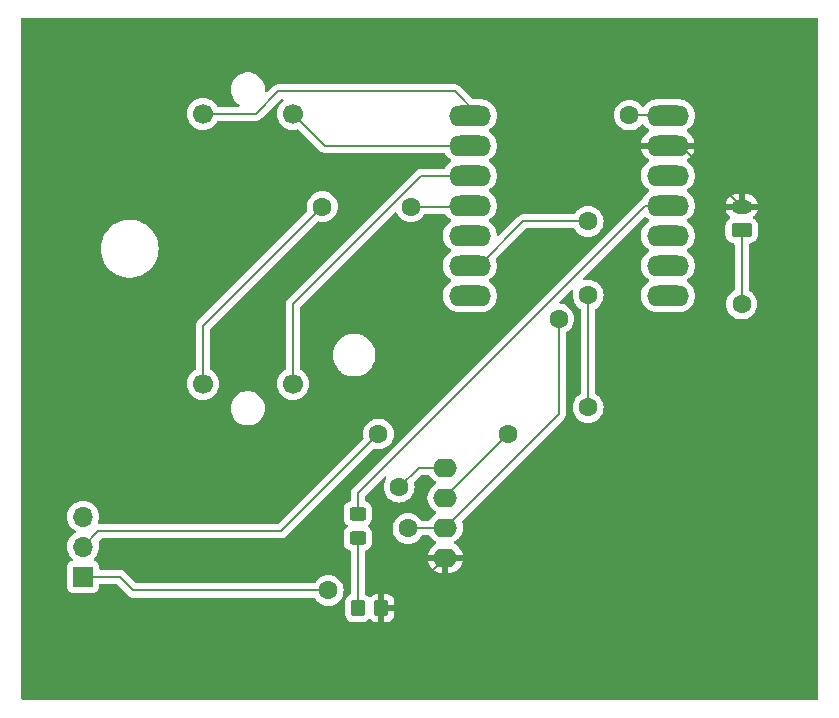
<source format=gbr>
%TF.GenerationSoftware,KiCad,Pcbnew,8.0.8*%
%TF.CreationDate,2025-02-12T17:19:00-08:00*%
%TF.ProjectId,Lab3v2,4c616233-7632-42e6-9b69-6361645f7063,V1*%
%TF.SameCoordinates,Original*%
%TF.FileFunction,Copper,L1,Top*%
%TF.FilePolarity,Positive*%
%FSLAX46Y46*%
G04 Gerber Fmt 4.6, Leading zero omitted, Abs format (unit mm)*
G04 Created by KiCad (PCBNEW 8.0.8) date 2025-02-12 17:19:00*
%MOMM*%
%LPD*%
G01*
G04 APERTURE LIST*
G04 Aperture macros list*
%AMRoundRect*
0 Rectangle with rounded corners*
0 $1 Rounding radius*
0 $2 $3 $4 $5 $6 $7 $8 $9 X,Y pos of 4 corners*
0 Add a 4 corners polygon primitive as box body*
4,1,4,$2,$3,$4,$5,$6,$7,$8,$9,$2,$3,0*
0 Add four circle primitives for the rounded corners*
1,1,$1+$1,$2,$3*
1,1,$1+$1,$4,$5*
1,1,$1+$1,$6,$7*
1,1,$1+$1,$8,$9*
0 Add four rect primitives between the rounded corners*
20,1,$1+$1,$2,$3,$4,$5,0*
20,1,$1+$1,$4,$5,$6,$7,0*
20,1,$1+$1,$6,$7,$8,$9,0*
20,1,$1+$1,$8,$9,$2,$3,0*%
G04 Aperture macros list end*
%TA.AperFunction,ComponentPad*%
%ADD10R,1.700000X1.700000*%
%TD*%
%TA.AperFunction,ComponentPad*%
%ADD11O,1.700000X1.700000*%
%TD*%
%TA.AperFunction,SMDPad,CuDef*%
%ADD12RoundRect,0.250000X0.450000X-0.325000X0.450000X0.325000X-0.450000X0.325000X-0.450000X-0.325000X0*%
%TD*%
%TA.AperFunction,ComponentPad*%
%ADD13O,2.000000X1.600000*%
%TD*%
%TA.AperFunction,ComponentPad*%
%ADD14C,1.700000*%
%TD*%
%TA.AperFunction,SMDPad,CuDef*%
%ADD15RoundRect,0.250000X-0.350000X-0.450000X0.350000X-0.450000X0.350000X0.450000X-0.350000X0.450000X0*%
%TD*%
%TA.AperFunction,ComponentPad*%
%ADD16O,3.556000X1.778000*%
%TD*%
%TA.AperFunction,ComponentPad*%
%ADD17RoundRect,0.250000X0.625000X-0.350000X0.625000X0.350000X-0.625000X0.350000X-0.625000X-0.350000X0*%
%TD*%
%TA.AperFunction,ComponentPad*%
%ADD18O,1.750000X1.200000*%
%TD*%
%TA.AperFunction,ViaPad*%
%ADD19C,1.600000*%
%TD*%
%TA.AperFunction,Conductor*%
%ADD20C,0.200000*%
%TD*%
G04 APERTURE END LIST*
D10*
%TO.P,SW1,1,A*%
%TO.N,Net-(Brd1-VCC)*%
X109250000Y-115330000D03*
D11*
%TO.P,SW1,2,B*%
%TO.N,Net-(BT1-+)*%
X109250000Y-112790000D03*
%TO.P,SW1,3,C*%
%TO.N,unconnected-(SW1-C-Pad3)*%
X109250000Y-110250000D03*
%TD*%
D12*
%TO.P,D4,1,K*%
%TO.N,Net-(D4-K)*%
X132500000Y-112050000D03*
%TO.P,D4,2,A*%
%TO.N,Net-(D4-A)*%
X132500000Y-110000000D03*
%TD*%
D13*
%TO.P,Brd1,1,GND*%
%TO.N,GND*%
X139900000Y-113720000D03*
%TO.P,Brd1,2,VCC*%
%TO.N,Net-(Brd1-VCC)*%
X139900000Y-111180000D03*
%TO.P,Brd1,3,SCL*%
%TO.N,Net-(Brd1-SCL)*%
X139900000Y-108640000D03*
%TO.P,Brd1,4,SDA*%
%TO.N,Net-(Brd1-SDA)*%
X139900000Y-106100000D03*
%TD*%
D14*
%TO.P,M1,1*%
%TO.N,Net-(U3-PA02_A0_D0)*%
X119380000Y-76140000D03*
%TO.P,M1,2,-*%
%TO.N,Net-(M1--)*%
X127000000Y-76140000D03*
%TO.P,M1,3*%
%TO.N,Net-(U3-PA10_A2_D2)*%
X127000000Y-99000000D03*
%TO.P,M1,4*%
%TO.N,Net-(U3-PA11_A3_D3)*%
X119380000Y-99000000D03*
%TD*%
D15*
%TO.P,R5,1*%
%TO.N,Net-(D4-K)*%
X132500000Y-118000000D03*
%TO.P,R5,2*%
%TO.N,GND*%
X134500000Y-118000000D03*
%TD*%
D16*
%TO.P,U3,1,PA02_A0_D0*%
%TO.N,Net-(U3-PA02_A0_D0)*%
X141998000Y-76300000D03*
%TO.P,U3,2,PA4_A1_D1*%
%TO.N,Net-(M1--)*%
X141998000Y-78840000D03*
%TO.P,U3,3,PA10_A2_D2*%
%TO.N,Net-(U3-PA10_A2_D2)*%
X141998000Y-81380000D03*
%TO.P,U3,4,PA11_A3_D3*%
%TO.N,Net-(U3-PA11_A3_D3)*%
X141998000Y-83920000D03*
%TO.P,U3,5,PA8_A4_D4_SDA*%
%TO.N,Net-(Brd1-SDA)*%
X141998000Y-86460000D03*
%TO.P,U3,6,PA9_A5_D5_SCL*%
%TO.N,Net-(Brd1-SCL)*%
X141998000Y-89000000D03*
%TO.P,U3,7,PB08_A6_D6_TX*%
%TO.N,unconnected-(U3-PB08_A6_D6_TX-Pad7)*%
X141998000Y-91540000D03*
%TO.P,U3,8,5V*%
%TO.N,Net-(Brd1-VCC)*%
X158762000Y-76300000D03*
%TO.P,U3,9,GND*%
%TO.N,GND*%
X158762000Y-78840000D03*
%TO.P,U3,10,3V3*%
%TO.N,unconnected-(U3-3V3-Pad10)*%
X158762000Y-81380000D03*
%TO.P,U3,11,PA6_A10_D10_MOSI*%
%TO.N,Net-(D4-A)*%
X158762000Y-83920000D03*
%TO.P,U3,12,PA5_A9_D9_MISO*%
%TO.N,unconnected-(U3-PA5_A9_D9_MISO-Pad12)*%
X158762000Y-86460000D03*
%TO.P,U3,13,PA7_A8_D8_SCK*%
%TO.N,unconnected-(U3-PA7_A8_D8_SCK-Pad13)*%
X158762000Y-89000000D03*
%TO.P,U3,14,PB09_A7_D7_RX*%
%TO.N,unconnected-(U3-PB09_A7_D7_RX-Pad14)*%
X158762000Y-91540000D03*
%TD*%
D17*
%TO.P,BT1,1,+*%
%TO.N,Net-(BT1-+)*%
X165000000Y-86000000D03*
D18*
%TO.P,BT1,2,-*%
%TO.N,GND*%
X165000000Y-84000000D03*
%TD*%
D19*
%TO.N,Net-(Brd1-SDA)*%
X136000000Y-107750000D03*
%TO.N,Net-(Brd1-SCL)*%
X152000000Y-85250000D03*
X152000000Y-91500000D03*
X145250000Y-103250000D03*
X152000000Y-101000000D03*
%TO.N,Net-(Brd1-VCC)*%
X149500000Y-93500000D03*
X155500000Y-76250000D03*
X130000000Y-116500000D03*
X136750000Y-111250000D03*
%TO.N,Net-(BT1-+)*%
X165000000Y-92250000D03*
X134250000Y-103250000D03*
%TO.N,Net-(U3-PA11_A3_D3)*%
X137000000Y-84000000D03*
X129500000Y-84000000D03*
%TD*%
D20*
%TO.N,Net-(Brd1-VCC)*%
X113500000Y-116500000D02*
X130000000Y-116500000D01*
X109250000Y-115330000D02*
X112330000Y-115330000D01*
X112330000Y-115330000D02*
X113500000Y-116500000D01*
%TO.N,Net-(BT1-+)*%
X126000000Y-111500000D02*
X134250000Y-103250000D01*
X109250000Y-112790000D02*
X110540000Y-111500000D01*
X110540000Y-111500000D02*
X126000000Y-111500000D01*
%TO.N,Net-(Brd1-SCL)*%
X152000000Y-101000000D02*
X152000000Y-91500000D01*
%TO.N,Net-(Brd1-SDA)*%
X137650000Y-106100000D02*
X136000000Y-107750000D01*
X139900000Y-106100000D02*
X137650000Y-106100000D01*
%TO.N,Net-(Brd1-SCL)*%
X146510000Y-85250000D02*
X142760000Y-89000000D01*
X152000000Y-85250000D02*
X146510000Y-85250000D01*
X139900000Y-108600000D02*
X145250000Y-103250000D01*
X139900000Y-108640000D02*
X139900000Y-108600000D01*
%TO.N,GND*%
X159840000Y-78840000D02*
X158000000Y-78840000D01*
X165000000Y-84000000D02*
X159840000Y-78840000D01*
X167500000Y-93750000D02*
X167500000Y-85250000D01*
X147530000Y-113720000D02*
X167500000Y-93750000D01*
X167500000Y-85250000D02*
X166250000Y-84000000D01*
X166250000Y-84000000D02*
X165000000Y-84000000D01*
X139900000Y-113720000D02*
X147530000Y-113720000D01*
%TO.N,Net-(Brd1-VCC)*%
X157950000Y-76250000D02*
X158000000Y-76300000D01*
X155500000Y-76250000D02*
X157950000Y-76250000D01*
X149500000Y-101580000D02*
X149500000Y-93500000D01*
X139900000Y-111180000D02*
X149500000Y-101580000D01*
%TO.N,Net-(D4-A)*%
X156830000Y-83920000D02*
X158000000Y-83920000D01*
X132500000Y-108250000D02*
X156830000Y-83920000D01*
X132500000Y-110000000D02*
X132500000Y-108250000D01*
%TO.N,GND*%
X134500000Y-118000000D02*
X135620000Y-118000000D01*
X135620000Y-118000000D02*
X139900000Y-113720000D01*
%TO.N,Net-(D4-K)*%
X132500000Y-112050000D02*
X132500000Y-118000000D01*
%TO.N,Net-(Brd1-VCC)*%
X136820000Y-111180000D02*
X139900000Y-111180000D01*
X136750000Y-111250000D02*
X136820000Y-111180000D01*
%TO.N,Net-(BT1-+)*%
X165000000Y-92250000D02*
X165000000Y-86000000D01*
%TO.N,Net-(U3-PA11_A3_D3)*%
X142680000Y-84000000D02*
X142760000Y-83920000D01*
X137000000Y-84000000D02*
X142680000Y-84000000D01*
X119380000Y-94120000D02*
X129500000Y-84000000D01*
X119380000Y-99000000D02*
X119380000Y-94120000D01*
%TO.N,Net-(U3-PA10_A2_D2)*%
X137870000Y-81380000D02*
X142760000Y-81380000D01*
X127000000Y-92250000D02*
X137870000Y-81380000D01*
X127000000Y-99000000D02*
X127000000Y-92250000D01*
%TO.N,Net-(M1--)*%
X129700000Y-78840000D02*
X142760000Y-78840000D01*
X127000000Y-76140000D02*
X129700000Y-78840000D01*
%TO.N,Net-(U3-PA02_A0_D0)*%
X140710000Y-74250000D02*
X142760000Y-76300000D01*
X125750000Y-74250000D02*
X140710000Y-74250000D01*
X123860000Y-76140000D02*
X125750000Y-74250000D01*
X119380000Y-76140000D02*
X123860000Y-76140000D01*
%TD*%
%TA.AperFunction,Conductor*%
%TO.N,GND*%
G36*
X171442539Y-68020185D02*
G01*
X171488294Y-68072989D01*
X171499500Y-68124500D01*
X171499500Y-125625500D01*
X171479815Y-125692539D01*
X171427011Y-125738294D01*
X171375500Y-125749500D01*
X104124500Y-125749500D01*
X104057461Y-125729815D01*
X104011706Y-125677011D01*
X104000500Y-125625500D01*
X104000500Y-110249999D01*
X107894341Y-110249999D01*
X107894341Y-110250000D01*
X107914936Y-110485403D01*
X107914938Y-110485413D01*
X107976094Y-110713655D01*
X107976096Y-110713659D01*
X107976097Y-110713663D01*
X108071247Y-110917712D01*
X108075965Y-110927830D01*
X108075967Y-110927834D01*
X108211501Y-111121395D01*
X108211506Y-111121402D01*
X108378597Y-111288493D01*
X108378603Y-111288498D01*
X108564158Y-111418425D01*
X108607783Y-111473002D01*
X108614977Y-111542500D01*
X108583454Y-111604855D01*
X108564158Y-111621575D01*
X108378597Y-111751505D01*
X108211505Y-111918597D01*
X108075965Y-112112169D01*
X108075964Y-112112171D01*
X107976098Y-112326335D01*
X107976094Y-112326344D01*
X107914938Y-112554586D01*
X107914936Y-112554596D01*
X107894341Y-112789999D01*
X107894341Y-112790000D01*
X107914936Y-113025403D01*
X107914938Y-113025413D01*
X107976094Y-113253655D01*
X107976096Y-113253659D01*
X107976097Y-113253663D01*
X108050394Y-113412993D01*
X108075965Y-113467830D01*
X108075967Y-113467834D01*
X108077484Y-113470000D01*
X108211501Y-113661396D01*
X108211506Y-113661402D01*
X108333430Y-113783326D01*
X108366915Y-113844649D01*
X108361931Y-113914341D01*
X108320059Y-113970274D01*
X108289083Y-113987189D01*
X108157669Y-114036203D01*
X108157664Y-114036206D01*
X108042455Y-114122452D01*
X108042452Y-114122455D01*
X107956206Y-114237664D01*
X107956202Y-114237671D01*
X107905908Y-114372517D01*
X107902809Y-114401349D01*
X107899501Y-114432123D01*
X107899500Y-114432135D01*
X107899500Y-116227870D01*
X107899501Y-116227876D01*
X107905908Y-116287483D01*
X107956202Y-116422328D01*
X107956206Y-116422335D01*
X108042452Y-116537544D01*
X108042455Y-116537547D01*
X108157664Y-116623793D01*
X108157671Y-116623797D01*
X108292517Y-116674091D01*
X108292516Y-116674091D01*
X108299444Y-116674835D01*
X108352127Y-116680500D01*
X110147872Y-116680499D01*
X110207483Y-116674091D01*
X110342331Y-116623796D01*
X110457546Y-116537546D01*
X110543796Y-116422331D01*
X110594091Y-116287483D01*
X110600500Y-116227873D01*
X110600500Y-116054500D01*
X110620185Y-115987461D01*
X110672989Y-115941706D01*
X110724500Y-115930500D01*
X112029903Y-115930500D01*
X112096942Y-115950185D01*
X112117584Y-115966819D01*
X113015139Y-116864374D01*
X113015149Y-116864385D01*
X113019479Y-116868715D01*
X113019480Y-116868716D01*
X113131284Y-116980520D01*
X113218095Y-117030639D01*
X113218097Y-117030641D01*
X113253886Y-117051304D01*
X113268215Y-117059577D01*
X113420943Y-117100501D01*
X113420946Y-117100501D01*
X113586653Y-117100501D01*
X113586669Y-117100500D01*
X128768308Y-117100500D01*
X128835347Y-117120185D01*
X128869880Y-117153374D01*
X128924150Y-117230880D01*
X128999954Y-117339141D01*
X129160858Y-117500045D01*
X129160861Y-117500047D01*
X129347266Y-117630568D01*
X129553504Y-117726739D01*
X129773308Y-117785635D01*
X129935230Y-117799801D01*
X129999998Y-117805468D01*
X130000000Y-117805468D01*
X130000002Y-117805468D01*
X130056673Y-117800509D01*
X130226692Y-117785635D01*
X130446496Y-117726739D01*
X130652734Y-117630568D01*
X130839139Y-117500047D01*
X131000047Y-117339139D01*
X131130568Y-117152734D01*
X131226739Y-116946496D01*
X131285635Y-116726692D01*
X131305468Y-116500000D01*
X131285635Y-116273308D01*
X131226739Y-116053504D01*
X131130568Y-115847266D01*
X131000047Y-115660861D01*
X131000045Y-115660858D01*
X130839141Y-115499954D01*
X130652734Y-115369432D01*
X130652732Y-115369431D01*
X130446497Y-115273261D01*
X130446488Y-115273258D01*
X130226697Y-115214366D01*
X130226693Y-115214365D01*
X130226692Y-115214365D01*
X130226691Y-115214364D01*
X130226686Y-115214364D01*
X130000002Y-115194532D01*
X129999998Y-115194532D01*
X129773313Y-115214364D01*
X129773302Y-115214366D01*
X129553511Y-115273258D01*
X129553502Y-115273261D01*
X129347267Y-115369431D01*
X129347265Y-115369432D01*
X129160858Y-115499954D01*
X128999954Y-115660858D01*
X128923450Y-115770118D01*
X128869881Y-115846624D01*
X128815307Y-115890248D01*
X128768308Y-115899500D01*
X113800097Y-115899500D01*
X113733058Y-115879815D01*
X113712416Y-115863181D01*
X112817590Y-114968355D01*
X112817588Y-114968352D01*
X112698717Y-114849481D01*
X112698716Y-114849480D01*
X112611904Y-114799360D01*
X112611904Y-114799359D01*
X112611900Y-114799358D01*
X112561785Y-114770423D01*
X112409057Y-114729499D01*
X112250943Y-114729499D01*
X112243347Y-114729499D01*
X112243331Y-114729500D01*
X110724499Y-114729500D01*
X110657460Y-114709815D01*
X110611705Y-114657011D01*
X110600499Y-114605500D01*
X110600499Y-114432129D01*
X110600498Y-114432123D01*
X110600497Y-114432116D01*
X110594091Y-114372517D01*
X110543796Y-114237669D01*
X110543795Y-114237668D01*
X110543793Y-114237664D01*
X110457547Y-114122455D01*
X110457544Y-114122452D01*
X110342335Y-114036206D01*
X110342328Y-114036202D01*
X110210917Y-113987189D01*
X110154983Y-113945318D01*
X110130566Y-113879853D01*
X110145418Y-113811580D01*
X110166563Y-113783332D01*
X110288495Y-113661401D01*
X110424035Y-113467830D01*
X110523903Y-113253663D01*
X110585063Y-113025408D01*
X110605659Y-112790000D01*
X110585063Y-112554592D01*
X110550671Y-112426239D01*
X110552334Y-112356393D01*
X110582761Y-112306472D01*
X110752417Y-112136816D01*
X110813740Y-112103334D01*
X110840097Y-112100500D01*
X125913331Y-112100500D01*
X125913347Y-112100501D01*
X125920943Y-112100501D01*
X126079054Y-112100501D01*
X126079057Y-112100501D01*
X126231785Y-112059577D01*
X126312699Y-112012861D01*
X126368716Y-111980520D01*
X126480520Y-111868716D01*
X126480520Y-111868714D01*
X126490724Y-111858511D01*
X126490728Y-111858506D01*
X128724251Y-109624983D01*
X131299500Y-109624983D01*
X131299500Y-110375001D01*
X131299501Y-110375019D01*
X131310000Y-110477796D01*
X131310001Y-110477799D01*
X131365185Y-110644331D01*
X131365187Y-110644336D01*
X131400069Y-110700888D01*
X131405813Y-110710202D01*
X131457289Y-110793657D01*
X131581346Y-110917714D01*
X131584182Y-110919463D01*
X131585717Y-110921170D01*
X131587011Y-110922193D01*
X131586836Y-110922414D01*
X131630905Y-110971411D01*
X131642126Y-111040374D01*
X131614282Y-111104456D01*
X131584182Y-111130537D01*
X131581346Y-111132285D01*
X131457289Y-111256342D01*
X131365187Y-111405663D01*
X131365186Y-111405666D01*
X131310001Y-111572203D01*
X131310001Y-111572204D01*
X131310000Y-111572204D01*
X131299500Y-111674983D01*
X131299500Y-112425001D01*
X131299501Y-112425019D01*
X131310000Y-112527796D01*
X131310001Y-112527799D01*
X131336624Y-112608140D01*
X131365186Y-112694334D01*
X131457288Y-112843656D01*
X131581344Y-112967712D01*
X131730666Y-113059814D01*
X131814505Y-113087595D01*
X131871948Y-113127366D01*
X131898772Y-113191882D01*
X131899500Y-113205300D01*
X131899500Y-116754091D01*
X131879815Y-116821130D01*
X131835731Y-116859641D01*
X131836813Y-116861395D01*
X131830667Y-116865185D01*
X131830666Y-116865186D01*
X131732419Y-116925784D01*
X131681342Y-116957289D01*
X131557289Y-117081342D01*
X131465187Y-117230663D01*
X131465185Y-117230668D01*
X131465115Y-117230880D01*
X131410001Y-117397203D01*
X131410001Y-117397204D01*
X131410000Y-117397204D01*
X131399500Y-117499983D01*
X131399500Y-118500001D01*
X131399501Y-118500019D01*
X131410000Y-118602796D01*
X131410001Y-118602799D01*
X131465115Y-118769119D01*
X131465186Y-118769334D01*
X131557288Y-118918656D01*
X131681344Y-119042712D01*
X131830666Y-119134814D01*
X131997203Y-119189999D01*
X132099991Y-119200500D01*
X132900008Y-119200499D01*
X132900016Y-119200498D01*
X132900019Y-119200498D01*
X132956302Y-119194748D01*
X133002797Y-119189999D01*
X133169334Y-119134814D01*
X133318656Y-119042712D01*
X133412675Y-118948692D01*
X133473994Y-118915210D01*
X133543686Y-118920194D01*
X133588034Y-118948695D01*
X133681654Y-119042315D01*
X133830875Y-119134356D01*
X133830880Y-119134358D01*
X133997302Y-119189505D01*
X133997309Y-119189506D01*
X134100019Y-119199999D01*
X134249999Y-119199999D01*
X134750000Y-119199999D01*
X134899972Y-119199999D01*
X134899986Y-119199998D01*
X135002697Y-119189505D01*
X135169119Y-119134358D01*
X135169124Y-119134356D01*
X135318345Y-119042315D01*
X135442315Y-118918345D01*
X135534356Y-118769124D01*
X135534358Y-118769119D01*
X135589505Y-118602697D01*
X135589506Y-118602690D01*
X135599999Y-118499986D01*
X135600000Y-118499973D01*
X135600000Y-118250000D01*
X134750000Y-118250000D01*
X134750000Y-119199999D01*
X134249999Y-119199999D01*
X134250000Y-119199998D01*
X134250000Y-117750000D01*
X134750000Y-117750000D01*
X135599999Y-117750000D01*
X135599999Y-117500028D01*
X135599998Y-117500013D01*
X135589505Y-117397302D01*
X135534358Y-117230880D01*
X135534356Y-117230875D01*
X135442315Y-117081654D01*
X135318345Y-116957684D01*
X135169124Y-116865643D01*
X135169119Y-116865641D01*
X135002697Y-116810494D01*
X135002690Y-116810493D01*
X134899986Y-116800000D01*
X134750000Y-116800000D01*
X134750000Y-117750000D01*
X134250000Y-117750000D01*
X134250000Y-116800000D01*
X134100027Y-116800000D01*
X134100012Y-116800001D01*
X133997302Y-116810494D01*
X133830880Y-116865641D01*
X133830875Y-116865643D01*
X133681657Y-116957682D01*
X133588034Y-117051305D01*
X133526710Y-117084789D01*
X133457019Y-117079805D01*
X133412672Y-117051304D01*
X133318657Y-116957289D01*
X133318656Y-116957288D01*
X133169334Y-116865186D01*
X133169332Y-116865185D01*
X133163187Y-116861395D01*
X133164290Y-116859605D01*
X133119649Y-116820290D01*
X133100500Y-116754091D01*
X133100500Y-113205300D01*
X133120185Y-113138261D01*
X133172989Y-113092506D01*
X133185482Y-113087599D01*
X133269334Y-113059814D01*
X133418656Y-112967712D01*
X133542712Y-112843656D01*
X133634814Y-112694334D01*
X133689999Y-112527797D01*
X133700500Y-112425009D01*
X133700499Y-111674992D01*
X133695042Y-111621575D01*
X133689999Y-111572203D01*
X133689998Y-111572200D01*
X133680156Y-111542500D01*
X133634814Y-111405666D01*
X133542712Y-111256344D01*
X133418656Y-111132288D01*
X133415819Y-111130538D01*
X133414283Y-111128830D01*
X133412989Y-111127807D01*
X133413163Y-111127585D01*
X133369096Y-111078594D01*
X133357872Y-111009632D01*
X133385713Y-110945549D01*
X133415817Y-110919462D01*
X133418656Y-110917712D01*
X133542712Y-110793656D01*
X133634814Y-110644334D01*
X133689999Y-110477797D01*
X133700500Y-110375009D01*
X133700499Y-109624992D01*
X133689999Y-109522203D01*
X133634814Y-109355666D01*
X133542712Y-109206344D01*
X133418656Y-109082288D01*
X133269334Y-108990186D01*
X133185495Y-108962404D01*
X133128051Y-108922632D01*
X133101228Y-108858116D01*
X133100500Y-108844699D01*
X133100500Y-108550096D01*
X133120185Y-108483057D01*
X133136814Y-108462420D01*
X134725494Y-106873739D01*
X134786816Y-106840256D01*
X134856508Y-106845240D01*
X134912441Y-106887112D01*
X134936858Y-106952576D01*
X134922006Y-107020849D01*
X134914750Y-107032544D01*
X134869431Y-107097267D01*
X134773261Y-107303502D01*
X134773258Y-107303511D01*
X134714366Y-107523302D01*
X134714364Y-107523313D01*
X134694532Y-107749998D01*
X134694532Y-107750001D01*
X134714364Y-107976686D01*
X134714366Y-107976697D01*
X134773258Y-108196488D01*
X134773261Y-108196497D01*
X134869431Y-108402732D01*
X134869432Y-108402734D01*
X134999954Y-108589141D01*
X135160858Y-108750045D01*
X135160861Y-108750047D01*
X135347266Y-108880568D01*
X135553504Y-108976739D01*
X135773308Y-109035635D01*
X135935230Y-109049801D01*
X135999998Y-109055468D01*
X136000000Y-109055468D01*
X136000002Y-109055468D01*
X136056673Y-109050509D01*
X136226692Y-109035635D01*
X136446496Y-108976739D01*
X136652734Y-108880568D01*
X136839139Y-108750047D01*
X137000047Y-108589139D01*
X137130568Y-108402734D01*
X137226739Y-108196496D01*
X137285635Y-107976692D01*
X137305468Y-107750000D01*
X137285635Y-107523308D01*
X137259847Y-107427066D01*
X137261510Y-107357217D01*
X137291939Y-107307294D01*
X137862416Y-106736819D01*
X137923739Y-106703334D01*
X137950097Y-106700500D01*
X138470398Y-106700500D01*
X138537437Y-106720185D01*
X138580883Y-106768205D01*
X138587715Y-106781614D01*
X138708028Y-106947213D01*
X138852786Y-107091971D01*
X139007749Y-107204556D01*
X139018390Y-107212287D01*
X139109840Y-107258883D01*
X139111080Y-107259515D01*
X139161876Y-107307490D01*
X139178671Y-107375311D01*
X139156134Y-107441446D01*
X139111080Y-107480485D01*
X139018386Y-107527715D01*
X138852786Y-107648028D01*
X138708028Y-107792786D01*
X138587715Y-107958386D01*
X138494781Y-108140776D01*
X138431522Y-108335465D01*
X138405663Y-108498735D01*
X138399500Y-108537648D01*
X138399500Y-108742352D01*
X138400719Y-108750047D01*
X138431522Y-108944534D01*
X138494781Y-109139223D01*
X138587715Y-109321613D01*
X138708028Y-109487213D01*
X138852786Y-109631971D01*
X139007749Y-109744556D01*
X139018390Y-109752287D01*
X139085213Y-109786335D01*
X139111080Y-109799515D01*
X139161876Y-109847490D01*
X139178671Y-109915311D01*
X139156134Y-109981446D01*
X139111080Y-110020485D01*
X139018386Y-110067715D01*
X138852786Y-110188028D01*
X138708028Y-110332786D01*
X138587715Y-110498385D01*
X138580883Y-110511795D01*
X138532909Y-110562591D01*
X138470398Y-110579500D01*
X137932679Y-110579500D01*
X137865640Y-110559815D01*
X137831104Y-110526623D01*
X137750045Y-110410858D01*
X137589141Y-110249954D01*
X137402734Y-110119432D01*
X137402732Y-110119431D01*
X137196497Y-110023261D01*
X137196488Y-110023258D01*
X136976697Y-109964366D01*
X136976693Y-109964365D01*
X136976692Y-109964365D01*
X136976691Y-109964364D01*
X136976686Y-109964364D01*
X136750002Y-109944532D01*
X136749998Y-109944532D01*
X136523313Y-109964364D01*
X136523302Y-109964366D01*
X136303511Y-110023258D01*
X136303502Y-110023261D01*
X136097267Y-110119431D01*
X136097265Y-110119432D01*
X135910858Y-110249954D01*
X135749954Y-110410858D01*
X135619432Y-110597265D01*
X135619431Y-110597267D01*
X135523261Y-110803502D01*
X135523258Y-110803511D01*
X135464366Y-111023302D01*
X135464364Y-111023313D01*
X135444532Y-111249998D01*
X135444532Y-111250001D01*
X135464364Y-111476686D01*
X135464366Y-111476697D01*
X135523258Y-111696488D01*
X135523261Y-111696497D01*
X135619431Y-111902732D01*
X135619432Y-111902734D01*
X135749954Y-112089141D01*
X135910858Y-112250045D01*
X135910861Y-112250047D01*
X136097266Y-112380568D01*
X136303504Y-112476739D01*
X136523308Y-112535635D01*
X136685230Y-112549801D01*
X136749998Y-112555468D01*
X136750000Y-112555468D01*
X136750002Y-112555468D01*
X136806673Y-112550509D01*
X136976692Y-112535635D01*
X137196496Y-112476739D01*
X137402734Y-112380568D01*
X137589139Y-112250047D01*
X137750047Y-112089139D01*
X137880568Y-111902734D01*
X137904182Y-111852093D01*
X137950353Y-111799656D01*
X138016563Y-111780500D01*
X138470398Y-111780500D01*
X138537437Y-111800185D01*
X138580883Y-111848205D01*
X138587715Y-111861614D01*
X138708028Y-112027213D01*
X138852786Y-112171971D01*
X138960248Y-112250045D01*
X139018390Y-112292287D01*
X139085213Y-112326335D01*
X139111629Y-112339795D01*
X139162425Y-112387770D01*
X139179220Y-112455591D01*
X139156682Y-112521726D01*
X139111629Y-112560765D01*
X139018650Y-112608140D01*
X138853105Y-112728417D01*
X138853104Y-112728417D01*
X138708417Y-112873104D01*
X138708417Y-112873105D01*
X138588140Y-113038650D01*
X138495244Y-113220970D01*
X138432009Y-113415586D01*
X138423391Y-113470000D01*
X139466988Y-113470000D01*
X139434075Y-113527007D01*
X139400000Y-113654174D01*
X139400000Y-113785826D01*
X139434075Y-113912993D01*
X139466988Y-113970000D01*
X138423391Y-113970000D01*
X138432009Y-114024413D01*
X138495244Y-114219029D01*
X138588140Y-114401349D01*
X138708417Y-114566894D01*
X138708417Y-114566895D01*
X138853104Y-114711582D01*
X139018650Y-114831859D01*
X139200968Y-114924755D01*
X139395582Y-114987990D01*
X139597683Y-115020000D01*
X139650000Y-115020000D01*
X139650000Y-114153012D01*
X139707007Y-114185925D01*
X139834174Y-114220000D01*
X139965826Y-114220000D01*
X140092993Y-114185925D01*
X140150000Y-114153012D01*
X140150000Y-115020000D01*
X140202317Y-115020000D01*
X140404417Y-114987990D01*
X140599031Y-114924755D01*
X140781349Y-114831859D01*
X140946894Y-114711582D01*
X140946895Y-114711582D01*
X141091582Y-114566895D01*
X141091582Y-114566894D01*
X141211859Y-114401349D01*
X141304755Y-114219029D01*
X141367990Y-114024413D01*
X141376609Y-113970000D01*
X140333012Y-113970000D01*
X140365925Y-113912993D01*
X140400000Y-113785826D01*
X140400000Y-113654174D01*
X140365925Y-113527007D01*
X140333012Y-113470000D01*
X141376609Y-113470000D01*
X141367990Y-113415586D01*
X141304755Y-113220970D01*
X141211859Y-113038650D01*
X141091582Y-112873105D01*
X141091582Y-112873104D01*
X140946895Y-112728417D01*
X140781349Y-112608140D01*
X140688370Y-112560765D01*
X140637574Y-112512790D01*
X140620779Y-112444969D01*
X140643316Y-112378835D01*
X140688370Y-112339795D01*
X140714769Y-112326344D01*
X140781610Y-112292287D01*
X140839752Y-112250045D01*
X140947213Y-112171971D01*
X140947215Y-112171968D01*
X140947219Y-112171966D01*
X141091966Y-112027219D01*
X141091968Y-112027215D01*
X141091971Y-112027213D01*
X141170884Y-111918597D01*
X141212287Y-111861610D01*
X141305220Y-111679219D01*
X141368477Y-111484534D01*
X141400500Y-111282352D01*
X141400500Y-111077648D01*
X141368477Y-110875466D01*
X141368476Y-110875462D01*
X141368476Y-110875461D01*
X141314780Y-110710202D01*
X141312785Y-110640361D01*
X141345028Y-110584205D01*
X149858506Y-102070728D01*
X149858511Y-102070724D01*
X149868714Y-102060520D01*
X149868716Y-102060520D01*
X149980520Y-101948716D01*
X150045648Y-101835910D01*
X150059577Y-101811785D01*
X150100500Y-101659058D01*
X150100500Y-101500943D01*
X150100500Y-94731692D01*
X150120185Y-94664653D01*
X150153374Y-94630119D01*
X150339139Y-94500047D01*
X150500047Y-94339139D01*
X150630568Y-94152734D01*
X150726739Y-93946496D01*
X150785635Y-93726692D01*
X150805468Y-93500000D01*
X150785635Y-93273308D01*
X150726739Y-93053504D01*
X150630568Y-92847266D01*
X150500047Y-92660861D01*
X150500045Y-92660858D01*
X150339141Y-92499954D01*
X150152734Y-92369432D01*
X150152732Y-92369431D01*
X149946497Y-92273261D01*
X149946488Y-92273258D01*
X149726697Y-92214366D01*
X149726687Y-92214364D01*
X149677273Y-92210041D01*
X149612205Y-92184588D01*
X149571227Y-92127996D01*
X149567350Y-92058234D01*
X149600399Y-91998834D01*
X150529314Y-91069919D01*
X150590635Y-91036436D01*
X150660327Y-91041420D01*
X150716260Y-91083292D01*
X150740677Y-91148756D01*
X150736768Y-91189694D01*
X150714367Y-91273299D01*
X150714364Y-91273313D01*
X150694532Y-91499998D01*
X150694532Y-91500001D01*
X150714364Y-91726686D01*
X150714366Y-91726697D01*
X150773258Y-91946488D01*
X150773260Y-91946493D01*
X150773261Y-91946496D01*
X150832430Y-92073383D01*
X150869431Y-92152732D01*
X150869432Y-92152734D01*
X150999954Y-92339141D01*
X151160858Y-92500045D01*
X151160861Y-92500047D01*
X151346624Y-92630118D01*
X151390248Y-92684693D01*
X151399500Y-92731692D01*
X151399500Y-99768306D01*
X151379815Y-99835345D01*
X151346623Y-99869881D01*
X151160859Y-99999953D01*
X150999954Y-100160858D01*
X150869432Y-100347265D01*
X150869431Y-100347267D01*
X150773261Y-100553502D01*
X150773258Y-100553511D01*
X150714366Y-100773302D01*
X150714364Y-100773313D01*
X150694532Y-100999998D01*
X150694532Y-101000001D01*
X150714364Y-101226686D01*
X150714366Y-101226697D01*
X150773258Y-101446488D01*
X150773261Y-101446497D01*
X150869431Y-101652732D01*
X150869432Y-101652734D01*
X150999954Y-101839141D01*
X151160858Y-102000045D01*
X151160861Y-102000047D01*
X151347266Y-102130568D01*
X151553504Y-102226739D01*
X151773308Y-102285635D01*
X151935230Y-102299801D01*
X151999998Y-102305468D01*
X152000000Y-102305468D01*
X152000002Y-102305468D01*
X152056673Y-102300509D01*
X152226692Y-102285635D01*
X152446496Y-102226739D01*
X152652734Y-102130568D01*
X152839139Y-102000047D01*
X153000047Y-101839139D01*
X153130568Y-101652734D01*
X153226739Y-101446496D01*
X153285635Y-101226692D01*
X153305468Y-101000000D01*
X153285635Y-100773308D01*
X153226739Y-100553504D01*
X153130568Y-100347266D01*
X153032839Y-100207693D01*
X153000045Y-100160858D01*
X152839140Y-99999953D01*
X152653377Y-99869881D01*
X152609752Y-99815304D01*
X152600500Y-99768306D01*
X152600500Y-92731692D01*
X152620185Y-92664653D01*
X152653374Y-92630119D01*
X152839139Y-92500047D01*
X153000047Y-92339139D01*
X153130568Y-92152734D01*
X153226739Y-91946496D01*
X153285635Y-91726692D01*
X153305468Y-91500000D01*
X153285635Y-91273308D01*
X153226739Y-91053504D01*
X153130568Y-90847266D01*
X153000047Y-90660861D01*
X153000045Y-90660858D01*
X152839141Y-90499954D01*
X152652734Y-90369432D01*
X152652732Y-90369431D01*
X152446497Y-90273261D01*
X152446488Y-90273258D01*
X152226697Y-90214366D01*
X152226693Y-90214365D01*
X152226692Y-90214365D01*
X152226691Y-90214364D01*
X152226686Y-90214364D01*
X152000002Y-90194532D01*
X151999998Y-90194532D01*
X151773313Y-90214364D01*
X151773299Y-90214367D01*
X151689694Y-90236768D01*
X151619844Y-90235105D01*
X151561982Y-90195941D01*
X151534479Y-90131713D01*
X151546066Y-90062811D01*
X151569918Y-90029315D01*
X156705912Y-84893321D01*
X156767233Y-84859838D01*
X156836925Y-84864822D01*
X156881272Y-84893323D01*
X156967806Y-84979857D01*
X157118969Y-85089682D01*
X157161635Y-85145011D01*
X157167614Y-85214625D01*
X157135009Y-85276420D01*
X157118969Y-85290318D01*
X156967806Y-85400142D01*
X156813142Y-85554806D01*
X156684595Y-85731739D01*
X156585298Y-85926616D01*
X156585297Y-85926619D01*
X156517714Y-86134623D01*
X156483500Y-86350638D01*
X156483500Y-86569361D01*
X156517714Y-86785376D01*
X156585297Y-86993380D01*
X156585298Y-86993383D01*
X156637957Y-87096730D01*
X156680542Y-87180307D01*
X156684595Y-87188260D01*
X156813142Y-87365193D01*
X156967806Y-87519857D01*
X157118969Y-87629682D01*
X157161635Y-87685011D01*
X157167614Y-87754625D01*
X157135009Y-87816420D01*
X157118969Y-87830318D01*
X156967806Y-87940142D01*
X156813142Y-88094806D01*
X156684595Y-88271739D01*
X156585298Y-88466616D01*
X156585297Y-88466619D01*
X156517714Y-88674623D01*
X156483500Y-88890638D01*
X156483500Y-89109361D01*
X156517714Y-89325376D01*
X156585297Y-89533380D01*
X156585298Y-89533383D01*
X156684595Y-89728260D01*
X156813142Y-89905193D01*
X156967806Y-90059857D01*
X157118969Y-90169682D01*
X157161635Y-90225011D01*
X157167614Y-90294625D01*
X157135009Y-90356420D01*
X157118969Y-90370318D01*
X156967806Y-90480142D01*
X156813142Y-90634806D01*
X156684595Y-90811739D01*
X156585298Y-91006616D01*
X156585297Y-91006619D01*
X156517714Y-91214623D01*
X156483500Y-91430638D01*
X156483500Y-91649361D01*
X156517714Y-91865376D01*
X156585297Y-92073380D01*
X156585298Y-92073383D01*
X156641961Y-92184588D01*
X156657133Y-92214365D01*
X156684595Y-92268260D01*
X156813142Y-92445193D01*
X156967806Y-92599857D01*
X157084575Y-92684693D01*
X157144743Y-92728407D01*
X157272132Y-92793315D01*
X157339616Y-92827701D01*
X157339619Y-92827702D01*
X157443621Y-92861493D01*
X157547625Y-92895286D01*
X157647672Y-92911132D01*
X157763639Y-92929500D01*
X157763644Y-92929500D01*
X159760361Y-92929500D01*
X159865082Y-92912912D01*
X159976375Y-92895286D01*
X160184383Y-92827701D01*
X160379257Y-92728407D01*
X160514543Y-92630117D01*
X160556193Y-92599857D01*
X160556195Y-92599854D01*
X160556199Y-92599852D01*
X160710852Y-92445199D01*
X160710854Y-92445195D01*
X160710857Y-92445193D01*
X160787907Y-92339141D01*
X160839407Y-92268257D01*
X160938701Y-92073383D01*
X161006286Y-91865375D01*
X161023912Y-91754082D01*
X161040500Y-91649361D01*
X161040500Y-91430638D01*
X161015580Y-91273308D01*
X161006286Y-91214625D01*
X160963614Y-91083292D01*
X160938702Y-91006619D01*
X160938701Y-91006616D01*
X160904315Y-90939132D01*
X160839407Y-90811743D01*
X160831147Y-90800374D01*
X160710857Y-90634806D01*
X160556199Y-90480148D01*
X160556191Y-90480142D01*
X160405028Y-90370316D01*
X160362364Y-90314989D01*
X160356385Y-90245376D01*
X160388990Y-90183580D01*
X160405023Y-90169686D01*
X160556199Y-90059852D01*
X160710852Y-89905199D01*
X160710854Y-89905195D01*
X160710857Y-89905193D01*
X160793340Y-89791663D01*
X160839407Y-89728257D01*
X160938701Y-89533383D01*
X161006286Y-89325375D01*
X161023912Y-89214082D01*
X161040500Y-89109361D01*
X161040500Y-88890638D01*
X161018678Y-88752867D01*
X161006286Y-88674625D01*
X160938701Y-88466617D01*
X160938701Y-88466616D01*
X160898985Y-88388670D01*
X160839407Y-88271743D01*
X160830792Y-88259886D01*
X160710857Y-88094806D01*
X160556199Y-87940148D01*
X160556191Y-87940142D01*
X160405028Y-87830316D01*
X160362364Y-87774989D01*
X160356385Y-87705376D01*
X160388990Y-87643580D01*
X160405023Y-87629686D01*
X160556199Y-87519852D01*
X160710852Y-87365199D01*
X160710854Y-87365195D01*
X160710857Y-87365193D01*
X160785638Y-87262264D01*
X160839407Y-87188257D01*
X160938701Y-86993383D01*
X161006286Y-86785375D01*
X161028285Y-86646480D01*
X161040500Y-86569361D01*
X161040500Y-86350638D01*
X161020595Y-86224971D01*
X161006286Y-86134625D01*
X160938701Y-85926617D01*
X160938701Y-85926616D01*
X160899917Y-85850500D01*
X160839407Y-85731743D01*
X160831147Y-85720374D01*
X160743679Y-85599983D01*
X163624500Y-85599983D01*
X163624500Y-86400001D01*
X163624501Y-86400019D01*
X163635000Y-86502796D01*
X163635001Y-86502799D01*
X163657058Y-86569361D01*
X163690186Y-86669334D01*
X163782288Y-86818656D01*
X163906344Y-86942712D01*
X164055666Y-87034814D01*
X164222203Y-87089999D01*
X164288103Y-87096731D01*
X164352794Y-87123127D01*
X164392945Y-87180307D01*
X164399500Y-87220089D01*
X164399500Y-91018306D01*
X164379815Y-91085345D01*
X164346623Y-91119881D01*
X164160859Y-91249953D01*
X163999954Y-91410858D01*
X163869432Y-91597265D01*
X163869431Y-91597267D01*
X163773261Y-91803502D01*
X163773258Y-91803511D01*
X163714366Y-92023302D01*
X163714364Y-92023313D01*
X163694532Y-92249998D01*
X163694532Y-92250001D01*
X163714364Y-92476686D01*
X163714366Y-92476697D01*
X163773258Y-92696488D01*
X163773261Y-92696497D01*
X163869431Y-92902732D01*
X163869432Y-92902734D01*
X163999954Y-93089141D01*
X164160858Y-93250045D01*
X164160861Y-93250047D01*
X164347266Y-93380568D01*
X164553504Y-93476739D01*
X164773308Y-93535635D01*
X164935230Y-93549801D01*
X164999998Y-93555468D01*
X165000000Y-93555468D01*
X165000002Y-93555468D01*
X165056673Y-93550509D01*
X165226692Y-93535635D01*
X165446496Y-93476739D01*
X165652734Y-93380568D01*
X165839139Y-93250047D01*
X166000047Y-93089139D01*
X166130568Y-92902734D01*
X166226739Y-92696496D01*
X166285635Y-92476692D01*
X166305468Y-92250000D01*
X166302350Y-92214366D01*
X166290016Y-92073383D01*
X166285635Y-92023308D01*
X166226739Y-91803504D01*
X166130568Y-91597266D01*
X166000047Y-91410861D01*
X166000045Y-91410858D01*
X165839140Y-91249953D01*
X165653377Y-91119881D01*
X165609752Y-91065304D01*
X165600500Y-91018306D01*
X165600500Y-87220088D01*
X165620185Y-87153049D01*
X165672989Y-87107294D01*
X165711897Y-87096730D01*
X165777797Y-87089999D01*
X165944334Y-87034814D01*
X166093656Y-86942712D01*
X166217712Y-86818656D01*
X166309814Y-86669334D01*
X166364999Y-86502797D01*
X166375500Y-86400009D01*
X166375499Y-85599992D01*
X166364999Y-85497203D01*
X166309814Y-85330666D01*
X166217712Y-85181344D01*
X166093656Y-85057288D01*
X166093655Y-85057287D01*
X166038565Y-85023308D01*
X166029018Y-85017419D01*
X165982294Y-84965472D01*
X165971071Y-84896510D01*
X165998914Y-84832428D01*
X166006434Y-84824199D01*
X166114035Y-84716598D01*
X166215804Y-84576524D01*
X166294408Y-84422255D01*
X166347914Y-84257584D01*
X166349115Y-84250000D01*
X165280330Y-84250000D01*
X165300075Y-84230255D01*
X165349444Y-84144745D01*
X165375000Y-84049370D01*
X165375000Y-83950630D01*
X165349444Y-83855255D01*
X165300075Y-83769745D01*
X165280330Y-83750000D01*
X166349115Y-83750000D01*
X166349115Y-83749999D01*
X166347914Y-83742415D01*
X166294408Y-83577744D01*
X166215804Y-83423475D01*
X166114032Y-83283397D01*
X165991602Y-83160967D01*
X165851524Y-83059195D01*
X165697257Y-82980591D01*
X165532584Y-82927085D01*
X165361571Y-82900000D01*
X165250000Y-82900000D01*
X165250000Y-83719670D01*
X165230255Y-83699925D01*
X165144745Y-83650556D01*
X165049370Y-83625000D01*
X164950630Y-83625000D01*
X164855255Y-83650556D01*
X164769745Y-83699925D01*
X164750000Y-83719670D01*
X164750000Y-82900000D01*
X164638429Y-82900000D01*
X164467415Y-82927085D01*
X164302742Y-82980591D01*
X164148475Y-83059195D01*
X164008397Y-83160967D01*
X163885967Y-83283397D01*
X163784195Y-83423475D01*
X163705591Y-83577744D01*
X163652085Y-83742415D01*
X163650884Y-83749999D01*
X163650885Y-83750000D01*
X164719670Y-83750000D01*
X164699925Y-83769745D01*
X164650556Y-83855255D01*
X164625000Y-83950630D01*
X164625000Y-84049370D01*
X164650556Y-84144745D01*
X164699925Y-84230255D01*
X164719670Y-84250000D01*
X163650885Y-84250000D01*
X163652085Y-84257584D01*
X163705591Y-84422255D01*
X163784195Y-84576524D01*
X163885967Y-84716602D01*
X163993565Y-84824200D01*
X164027050Y-84885523D01*
X164022066Y-84955215D01*
X163980194Y-85011148D01*
X163970983Y-85017418D01*
X163961435Y-85023308D01*
X163906342Y-85057289D01*
X163782289Y-85181342D01*
X163690187Y-85330663D01*
X163690185Y-85330668D01*
X163684330Y-85348337D01*
X163635001Y-85497203D01*
X163635001Y-85497204D01*
X163635000Y-85497204D01*
X163624500Y-85599983D01*
X160743679Y-85599983D01*
X160710857Y-85554806D01*
X160556199Y-85400148D01*
X160556191Y-85400142D01*
X160405028Y-85290316D01*
X160362364Y-85234989D01*
X160356385Y-85165376D01*
X160388990Y-85103580D01*
X160405023Y-85089686D01*
X160556199Y-84979852D01*
X160710852Y-84825199D01*
X160710854Y-84825195D01*
X160710857Y-84825193D01*
X160789752Y-84716602D01*
X160839407Y-84648257D01*
X160938701Y-84453383D01*
X161006286Y-84245375D01*
X161026234Y-84119431D01*
X161040500Y-84029361D01*
X161040500Y-83810638D01*
X161020595Y-83684971D01*
X161006286Y-83594625D01*
X160938701Y-83386617D01*
X160938700Y-83386616D01*
X160938700Y-83386614D01*
X160886107Y-83283397D01*
X160839407Y-83191743D01*
X160816968Y-83160858D01*
X160710857Y-83014806D01*
X160556199Y-82860148D01*
X160556191Y-82860142D01*
X160405028Y-82750316D01*
X160362364Y-82694989D01*
X160356385Y-82625376D01*
X160388990Y-82563580D01*
X160405023Y-82549686D01*
X160556199Y-82439852D01*
X160710852Y-82285199D01*
X160710854Y-82285195D01*
X160710857Y-82285193D01*
X160767229Y-82207601D01*
X160839407Y-82108257D01*
X160938701Y-81913383D01*
X161006286Y-81705375D01*
X161023912Y-81594082D01*
X161040500Y-81489361D01*
X161040500Y-81270638D01*
X161020595Y-81144971D01*
X161006286Y-81054625D01*
X160955877Y-80899480D01*
X160938702Y-80846619D01*
X160938701Y-80846616D01*
X160870005Y-80711795D01*
X160839407Y-80651743D01*
X160831147Y-80640374D01*
X160710857Y-80474806D01*
X160556197Y-80320146D01*
X160556192Y-80320142D01*
X160404605Y-80210008D01*
X160361939Y-80154678D01*
X160355960Y-80085065D01*
X160388565Y-80023270D01*
X160404605Y-80009371D01*
X160555873Y-79899469D01*
X160710471Y-79744871D01*
X160710475Y-79744866D01*
X160838976Y-79567998D01*
X160938237Y-79373191D01*
X160938238Y-79373188D01*
X161005798Y-79165258D01*
X161017718Y-79090000D01*
X158442251Y-79090000D01*
X158473381Y-79036081D01*
X158508000Y-78906880D01*
X158508000Y-78773120D01*
X158473381Y-78643919D01*
X158442251Y-78590000D01*
X161017718Y-78590000D01*
X161005798Y-78514741D01*
X160938238Y-78306811D01*
X160938237Y-78306808D01*
X160838976Y-78112001D01*
X160710475Y-77935133D01*
X160710471Y-77935128D01*
X160555871Y-77780528D01*
X160555866Y-77780524D01*
X160404605Y-77670627D01*
X160361939Y-77615297D01*
X160355960Y-77545684D01*
X160388565Y-77483889D01*
X160404599Y-77469994D01*
X160556199Y-77359852D01*
X160710852Y-77205199D01*
X160710854Y-77205195D01*
X160710857Y-77205193D01*
X160795174Y-77089139D01*
X160839407Y-77028257D01*
X160938701Y-76833383D01*
X161006286Y-76625375D01*
X161026381Y-76498501D01*
X161040500Y-76409361D01*
X161040500Y-76190638D01*
X161013997Y-76023313D01*
X161006286Y-75974625D01*
X160972493Y-75870621D01*
X160938702Y-75766619D01*
X160938701Y-75766616D01*
X160892700Y-75676335D01*
X160839407Y-75571743D01*
X160802177Y-75520500D01*
X160710857Y-75394806D01*
X160556193Y-75240142D01*
X160379260Y-75111595D01*
X160379259Y-75111594D01*
X160379257Y-75111593D01*
X160269568Y-75055703D01*
X160184383Y-75012298D01*
X160184380Y-75012297D01*
X159976376Y-74944714D01*
X159760361Y-74910500D01*
X159760356Y-74910500D01*
X157763644Y-74910500D01*
X157763639Y-74910500D01*
X157547623Y-74944714D01*
X157339619Y-75012297D01*
X157339616Y-75012298D01*
X157144739Y-75111595D01*
X156967806Y-75240142D01*
X156813146Y-75394802D01*
X156750162Y-75481493D01*
X156694832Y-75524158D01*
X156625219Y-75530137D01*
X156563424Y-75497531D01*
X156548274Y-75479737D01*
X156500047Y-75410861D01*
X156500044Y-75410858D01*
X156500042Y-75410855D01*
X156339141Y-75249954D01*
X156152734Y-75119432D01*
X156152732Y-75119431D01*
X155946497Y-75023261D01*
X155946488Y-75023258D01*
X155726697Y-74964366D01*
X155726693Y-74964365D01*
X155726692Y-74964365D01*
X155726691Y-74964364D01*
X155726686Y-74964364D01*
X155500002Y-74944532D01*
X155499998Y-74944532D01*
X155273313Y-74964364D01*
X155273302Y-74964366D01*
X155053511Y-75023258D01*
X155053502Y-75023261D01*
X154847267Y-75119431D01*
X154847265Y-75119432D01*
X154660858Y-75249954D01*
X154499954Y-75410858D01*
X154369432Y-75597265D01*
X154369431Y-75597267D01*
X154273261Y-75803502D01*
X154273258Y-75803511D01*
X154214366Y-76023302D01*
X154214364Y-76023313D01*
X154194532Y-76249998D01*
X154194532Y-76250001D01*
X154214364Y-76476686D01*
X154214366Y-76476697D01*
X154273258Y-76696488D01*
X154273261Y-76696497D01*
X154369431Y-76902732D01*
X154369432Y-76902734D01*
X154499954Y-77089141D01*
X154660858Y-77250045D01*
X154660861Y-77250047D01*
X154847266Y-77380568D01*
X155053504Y-77476739D01*
X155273308Y-77535635D01*
X155435230Y-77549801D01*
X155499998Y-77555468D01*
X155500000Y-77555468D01*
X155500002Y-77555468D01*
X155556673Y-77550509D01*
X155726692Y-77535635D01*
X155946496Y-77476739D01*
X156152734Y-77380568D01*
X156339139Y-77250047D01*
X156500047Y-77089139D01*
X156512611Y-77071194D01*
X156567186Y-77027568D01*
X156636685Y-77020373D01*
X156699040Y-77051893D01*
X156714506Y-77069430D01*
X156813142Y-77205193D01*
X156967802Y-77359853D01*
X156967807Y-77359857D01*
X157119394Y-77469991D01*
X157162060Y-77525320D01*
X157168039Y-77594934D01*
X157135434Y-77656729D01*
X157119394Y-77670627D01*
X156968133Y-77780524D01*
X156968128Y-77780528D01*
X156813528Y-77935128D01*
X156813524Y-77935133D01*
X156685023Y-78112001D01*
X156585762Y-78306808D01*
X156585761Y-78306811D01*
X156518201Y-78514741D01*
X156506282Y-78590000D01*
X157557749Y-78590000D01*
X157526619Y-78643919D01*
X157492000Y-78773120D01*
X157492000Y-78906880D01*
X157526619Y-79036081D01*
X157557749Y-79090000D01*
X156506282Y-79090000D01*
X156518201Y-79165258D01*
X156585761Y-79373188D01*
X156585762Y-79373191D01*
X156685023Y-79567998D01*
X156813524Y-79744866D01*
X156813528Y-79744871D01*
X156968128Y-79899471D01*
X156968133Y-79899475D01*
X157119394Y-80009372D01*
X157162060Y-80064701D01*
X157168039Y-80134315D01*
X157135434Y-80196110D01*
X157119394Y-80210008D01*
X156967807Y-80320142D01*
X156967802Y-80320146D01*
X156813142Y-80474806D01*
X156684595Y-80651739D01*
X156585298Y-80846616D01*
X156585297Y-80846619D01*
X156517714Y-81054623D01*
X156483500Y-81270638D01*
X156483500Y-81489361D01*
X156517714Y-81705376D01*
X156585297Y-81913380D01*
X156585298Y-81913383D01*
X156684595Y-82108260D01*
X156813142Y-82285193D01*
X156967806Y-82439857D01*
X157118969Y-82549682D01*
X157161635Y-82605011D01*
X157167614Y-82674625D01*
X157135009Y-82736420D01*
X157118969Y-82750318D01*
X156967806Y-82860142D01*
X156813142Y-83014806D01*
X156684593Y-83191741D01*
X156615498Y-83327345D01*
X156567523Y-83378141D01*
X156567020Y-83378433D01*
X156564627Y-83379815D01*
X156552848Y-83386615D01*
X156552845Y-83386617D01*
X156461290Y-83439475D01*
X156461282Y-83439481D01*
X132019481Y-107881282D01*
X132019475Y-107881290D01*
X131974963Y-107958389D01*
X131974963Y-107958390D01*
X131940423Y-108018215D01*
X131899499Y-108170943D01*
X131899499Y-108170945D01*
X131899499Y-108339046D01*
X131899500Y-108339059D01*
X131899500Y-108844699D01*
X131879815Y-108911738D01*
X131827011Y-108957493D01*
X131814507Y-108962403D01*
X131781962Y-108973188D01*
X131730668Y-108990185D01*
X131730663Y-108990187D01*
X131581342Y-109082289D01*
X131457289Y-109206342D01*
X131365187Y-109355663D01*
X131365185Y-109355668D01*
X131337349Y-109439670D01*
X131310001Y-109522203D01*
X131310001Y-109522204D01*
X131310000Y-109522204D01*
X131299500Y-109624983D01*
X128724251Y-109624983D01*
X133807294Y-104541939D01*
X133868615Y-104508456D01*
X133927066Y-104509847D01*
X133946604Y-104515082D01*
X134023308Y-104535635D01*
X134185230Y-104549801D01*
X134249998Y-104555468D01*
X134250000Y-104555468D01*
X134250002Y-104555468D01*
X134306673Y-104550509D01*
X134476692Y-104535635D01*
X134696496Y-104476739D01*
X134902734Y-104380568D01*
X135089139Y-104250047D01*
X135250047Y-104089139D01*
X135380568Y-103902734D01*
X135476739Y-103696496D01*
X135535635Y-103476692D01*
X135555468Y-103250000D01*
X135535635Y-103023308D01*
X135476739Y-102803504D01*
X135380568Y-102597266D01*
X135250047Y-102410861D01*
X135250045Y-102410858D01*
X135089141Y-102249954D01*
X134902734Y-102119432D01*
X134902732Y-102119431D01*
X134696497Y-102023261D01*
X134696488Y-102023258D01*
X134476697Y-101964366D01*
X134476693Y-101964365D01*
X134476692Y-101964365D01*
X134476691Y-101964364D01*
X134476686Y-101964364D01*
X134250002Y-101944532D01*
X134249998Y-101944532D01*
X134023313Y-101964364D01*
X134023302Y-101964366D01*
X133803511Y-102023258D01*
X133803502Y-102023261D01*
X133597267Y-102119431D01*
X133597265Y-102119432D01*
X133410858Y-102249954D01*
X133249954Y-102410858D01*
X133119432Y-102597265D01*
X133119431Y-102597267D01*
X133023261Y-102803502D01*
X133023258Y-102803511D01*
X132964366Y-103023302D01*
X132964364Y-103023313D01*
X132944532Y-103249998D01*
X132944532Y-103250001D01*
X132964364Y-103476686D01*
X132964366Y-103476697D01*
X132990152Y-103572931D01*
X132988489Y-103642781D01*
X132958058Y-103692705D01*
X125787584Y-110863181D01*
X125726261Y-110896666D01*
X125699903Y-110899500D01*
X110631887Y-110899500D01*
X110564848Y-110879815D01*
X110519093Y-110827011D01*
X110509149Y-110757853D01*
X110519504Y-110723098D01*
X110523900Y-110713670D01*
X110523900Y-110713668D01*
X110523903Y-110713663D01*
X110585063Y-110485408D01*
X110605659Y-110250000D01*
X110585063Y-110014592D01*
X110523903Y-109786337D01*
X110424035Y-109572171D01*
X110389048Y-109522203D01*
X110288494Y-109378597D01*
X110121402Y-109211506D01*
X110121395Y-109211501D01*
X109927834Y-109075967D01*
X109927830Y-109075965D01*
X109841338Y-109035633D01*
X109713663Y-108976097D01*
X109713659Y-108976096D01*
X109713655Y-108976094D01*
X109485413Y-108914938D01*
X109485403Y-108914936D01*
X109250001Y-108894341D01*
X109249999Y-108894341D01*
X109014596Y-108914936D01*
X109014586Y-108914938D01*
X108786344Y-108976094D01*
X108786337Y-108976096D01*
X108786337Y-108976097D01*
X108784960Y-108976739D01*
X108572171Y-109075964D01*
X108572169Y-109075965D01*
X108378597Y-109211505D01*
X108211505Y-109378597D01*
X108075965Y-109572169D01*
X108075964Y-109572171D01*
X107976098Y-109786335D01*
X107976094Y-109786344D01*
X107914938Y-110014586D01*
X107914936Y-110014596D01*
X107894341Y-110249999D01*
X104000500Y-110249999D01*
X104000500Y-101069994D01*
X121734529Y-101069994D01*
X121734529Y-101070005D01*
X121754379Y-101309559D01*
X121813389Y-101542589D01*
X121909951Y-101762729D01*
X121959873Y-101839139D01*
X122041429Y-101963969D01*
X122204236Y-102140825D01*
X122204239Y-102140827D01*
X122204242Y-102140830D01*
X122393924Y-102288466D01*
X122393930Y-102288470D01*
X122393933Y-102288472D01*
X122605344Y-102402882D01*
X122605347Y-102402883D01*
X122832699Y-102480933D01*
X122832701Y-102480933D01*
X122832703Y-102480934D01*
X123069808Y-102520500D01*
X123069809Y-102520500D01*
X123310191Y-102520500D01*
X123310192Y-102520500D01*
X123547297Y-102480934D01*
X123774656Y-102402882D01*
X123986067Y-102288472D01*
X124175764Y-102140825D01*
X124338571Y-101963969D01*
X124470049Y-101762728D01*
X124566610Y-101542591D01*
X124625620Y-101309563D01*
X124645471Y-101070000D01*
X124639670Y-100999998D01*
X124625620Y-100830440D01*
X124625620Y-100830437D01*
X124566610Y-100597409D01*
X124470049Y-100377272D01*
X124455928Y-100355659D01*
X124338572Y-100176033D01*
X124338571Y-100176031D01*
X124175764Y-99999175D01*
X124175759Y-99999171D01*
X124175757Y-99999169D01*
X123986075Y-99851533D01*
X123986069Y-99851529D01*
X123774657Y-99737118D01*
X123774652Y-99737116D01*
X123547300Y-99659066D01*
X123369468Y-99629391D01*
X123310192Y-99619500D01*
X123069808Y-99619500D01*
X123022387Y-99627413D01*
X122832699Y-99659066D01*
X122605347Y-99737116D01*
X122605342Y-99737118D01*
X122393930Y-99851529D01*
X122393924Y-99851533D01*
X122204242Y-99999169D01*
X122204239Y-99999172D01*
X122041430Y-100176029D01*
X122041427Y-100176033D01*
X121909951Y-100377270D01*
X121813389Y-100597410D01*
X121754379Y-100830440D01*
X121734529Y-101069994D01*
X104000500Y-101069994D01*
X104000500Y-98999999D01*
X118024341Y-98999999D01*
X118024341Y-99000000D01*
X118044936Y-99235403D01*
X118044938Y-99235413D01*
X118106094Y-99463655D01*
X118106096Y-99463659D01*
X118106097Y-99463663D01*
X118178765Y-99619500D01*
X118205965Y-99677830D01*
X118205967Y-99677834D01*
X118269317Y-99768306D01*
X118341505Y-99871401D01*
X118508599Y-100038495D01*
X118605384Y-100106265D01*
X118702165Y-100174032D01*
X118702167Y-100174033D01*
X118702170Y-100174035D01*
X118916337Y-100273903D01*
X119144592Y-100335063D01*
X119332918Y-100351539D01*
X119379999Y-100355659D01*
X119380000Y-100355659D01*
X119380001Y-100355659D01*
X119419234Y-100352226D01*
X119615408Y-100335063D01*
X119843663Y-100273903D01*
X120057830Y-100174035D01*
X120251401Y-100038495D01*
X120418495Y-99871401D01*
X120554035Y-99677830D01*
X120653903Y-99463663D01*
X120715063Y-99235408D01*
X120735659Y-99000000D01*
X120715063Y-98764592D01*
X120653903Y-98536337D01*
X120554035Y-98322171D01*
X120504018Y-98250738D01*
X120418494Y-98128597D01*
X120251402Y-97961506D01*
X120251395Y-97961501D01*
X120057831Y-97825965D01*
X120057826Y-97825962D01*
X120052091Y-97823288D01*
X119999653Y-97777113D01*
X119980500Y-97710908D01*
X119980500Y-94420096D01*
X120000185Y-94353057D01*
X120016814Y-94332420D01*
X129057294Y-85291939D01*
X129118615Y-85258456D01*
X129177066Y-85259847D01*
X129196604Y-85265082D01*
X129273308Y-85285635D01*
X129435230Y-85299801D01*
X129499998Y-85305468D01*
X129500000Y-85305468D01*
X129500002Y-85305468D01*
X129556673Y-85300509D01*
X129726692Y-85285635D01*
X129946496Y-85226739D01*
X130152734Y-85130568D01*
X130339139Y-85000047D01*
X130500047Y-84839139D01*
X130630568Y-84652734D01*
X130726739Y-84446496D01*
X130785635Y-84226692D01*
X130805468Y-84000000D01*
X130802350Y-83964366D01*
X130785635Y-83773313D01*
X130785635Y-83773308D01*
X130726739Y-83553504D01*
X130630568Y-83347266D01*
X130500047Y-83160861D01*
X130500045Y-83160858D01*
X130339141Y-82999954D01*
X130152734Y-82869432D01*
X130152732Y-82869431D01*
X129946497Y-82773261D01*
X129946488Y-82773258D01*
X129726697Y-82714366D01*
X129726693Y-82714365D01*
X129726692Y-82714365D01*
X129726691Y-82714364D01*
X129726686Y-82714364D01*
X129500002Y-82694532D01*
X129499998Y-82694532D01*
X129273313Y-82714364D01*
X129273302Y-82714366D01*
X129053511Y-82773258D01*
X129053502Y-82773261D01*
X128847267Y-82869431D01*
X128847265Y-82869432D01*
X128660858Y-82999954D01*
X128499954Y-83160858D01*
X128369432Y-83347265D01*
X128369431Y-83347267D01*
X128273261Y-83553502D01*
X128273258Y-83553511D01*
X128214366Y-83773302D01*
X128214364Y-83773313D01*
X128194532Y-83999998D01*
X128194532Y-84000001D01*
X128214364Y-84226686D01*
X128214366Y-84226697D01*
X128240152Y-84322931D01*
X128238489Y-84392781D01*
X128208058Y-84442705D01*
X119011286Y-93639478D01*
X118899481Y-93751282D01*
X118899479Y-93751285D01*
X118849361Y-93838094D01*
X118849359Y-93838096D01*
X118820425Y-93888209D01*
X118820424Y-93888210D01*
X118820423Y-93888215D01*
X118779499Y-94040943D01*
X118779499Y-94040945D01*
X118779499Y-94209046D01*
X118779500Y-94209059D01*
X118779500Y-97710908D01*
X118759815Y-97777947D01*
X118707914Y-97823286D01*
X118702173Y-97825963D01*
X118702169Y-97825965D01*
X118508597Y-97961505D01*
X118341505Y-98128597D01*
X118205965Y-98322169D01*
X118205964Y-98322171D01*
X118106098Y-98536335D01*
X118106094Y-98536344D01*
X118044938Y-98764586D01*
X118044936Y-98764596D01*
X118024341Y-98999999D01*
X104000500Y-98999999D01*
X104000500Y-87569994D01*
X110734655Y-87569994D01*
X110734655Y-87570005D01*
X110754014Y-87877725D01*
X110754015Y-87877732D01*
X110811795Y-88180623D01*
X110907078Y-88473874D01*
X110907080Y-88473879D01*
X111038362Y-88752867D01*
X111038366Y-88752873D01*
X111203577Y-89013206D01*
X111203579Y-89013209D01*
X111203584Y-89013216D01*
X111283123Y-89109361D01*
X111400132Y-89250800D01*
X111624902Y-89461874D01*
X111624912Y-89461882D01*
X111874348Y-89643108D01*
X111874353Y-89643110D01*
X111874360Y-89643116D01*
X112144565Y-89791663D01*
X112144570Y-89791665D01*
X112144572Y-89791666D01*
X112144573Y-89791667D01*
X112431253Y-89905171D01*
X112431256Y-89905172D01*
X112729910Y-89981853D01*
X112729914Y-89981854D01*
X112794091Y-89989961D01*
X113035816Y-90020499D01*
X113035825Y-90020499D01*
X113035828Y-90020500D01*
X113035830Y-90020500D01*
X113344170Y-90020500D01*
X113344172Y-90020500D01*
X113344175Y-90020499D01*
X113344183Y-90020499D01*
X113526722Y-89997438D01*
X113650086Y-89981854D01*
X113948743Y-89905172D01*
X113948746Y-89905171D01*
X114235426Y-89791667D01*
X114235427Y-89791666D01*
X114235425Y-89791666D01*
X114235435Y-89791663D01*
X114505640Y-89643116D01*
X114755096Y-89461876D01*
X114979869Y-89250799D01*
X115176416Y-89013216D01*
X115341635Y-88752871D01*
X115472922Y-88473873D01*
X115568206Y-88180619D01*
X115625984Y-87877736D01*
X115625985Y-87877725D01*
X115645345Y-87570005D01*
X115645345Y-87569994D01*
X115625985Y-87262274D01*
X115625984Y-87262267D01*
X115625984Y-87262264D01*
X115568206Y-86959381D01*
X115472922Y-86666127D01*
X115463677Y-86646480D01*
X115341637Y-86387132D01*
X115341633Y-86387126D01*
X115176422Y-86126793D01*
X115176420Y-86126791D01*
X115176416Y-86126784D01*
X114979869Y-85889201D01*
X114977332Y-85886819D01*
X114755097Y-85678125D01*
X114755087Y-85678117D01*
X114505651Y-85496891D01*
X114505644Y-85496886D01*
X114505640Y-85496884D01*
X114235435Y-85348337D01*
X114235432Y-85348335D01*
X114235427Y-85348333D01*
X114235426Y-85348332D01*
X113948746Y-85234828D01*
X113948743Y-85234827D01*
X113650089Y-85158146D01*
X113650076Y-85158144D01*
X113344183Y-85119500D01*
X113344172Y-85119500D01*
X113035828Y-85119500D01*
X113035816Y-85119500D01*
X112729923Y-85158144D01*
X112729910Y-85158146D01*
X112431256Y-85234827D01*
X112431253Y-85234828D01*
X112144573Y-85348332D01*
X112144572Y-85348333D01*
X111874360Y-85496884D01*
X111874348Y-85496891D01*
X111624912Y-85678117D01*
X111624902Y-85678125D01*
X111400132Y-85889199D01*
X111203577Y-86126793D01*
X111038366Y-86387126D01*
X111038362Y-86387132D01*
X110907080Y-86666120D01*
X110907078Y-86666125D01*
X110811795Y-86959376D01*
X110754015Y-87262267D01*
X110754014Y-87262274D01*
X110734655Y-87569994D01*
X104000500Y-87569994D01*
X104000500Y-76139999D01*
X118024341Y-76139999D01*
X118024341Y-76140000D01*
X118044936Y-76375403D01*
X118044938Y-76375413D01*
X118106094Y-76603655D01*
X118106096Y-76603659D01*
X118106097Y-76603663D01*
X118169906Y-76740501D01*
X118205965Y-76817830D01*
X118205967Y-76817834D01*
X118216853Y-76833380D01*
X118341505Y-77011401D01*
X118508599Y-77178495D01*
X118605384Y-77246265D01*
X118702165Y-77314032D01*
X118702167Y-77314033D01*
X118702170Y-77314035D01*
X118916337Y-77413903D01*
X119144592Y-77475063D01*
X119332918Y-77491539D01*
X119379999Y-77495659D01*
X119380000Y-77495659D01*
X119380001Y-77495659D01*
X119419234Y-77492226D01*
X119615408Y-77475063D01*
X119843663Y-77413903D01*
X120057830Y-77314035D01*
X120251401Y-77178495D01*
X120418495Y-77011401D01*
X120554035Y-76817830D01*
X120556707Y-76812097D01*
X120602878Y-76759658D01*
X120669091Y-76740500D01*
X123773331Y-76740500D01*
X123773347Y-76740501D01*
X123780943Y-76740501D01*
X123939054Y-76740501D01*
X123939057Y-76740501D01*
X124091785Y-76699577D01*
X124145237Y-76668716D01*
X124228716Y-76620520D01*
X124340520Y-76508716D01*
X124340520Y-76508714D01*
X124350724Y-76498511D01*
X124350727Y-76498506D01*
X125962417Y-74886819D01*
X126023740Y-74853334D01*
X126050098Y-74850500D01*
X126093793Y-74850500D01*
X126160832Y-74870185D01*
X126206587Y-74922989D01*
X126216531Y-74992147D01*
X126187506Y-75055703D01*
X126164917Y-75076075D01*
X126128594Y-75101508D01*
X125961505Y-75268597D01*
X125825965Y-75462169D01*
X125825964Y-75462171D01*
X125726098Y-75676335D01*
X125726094Y-75676344D01*
X125664938Y-75904586D01*
X125664936Y-75904596D01*
X125644341Y-76139999D01*
X125644341Y-76140000D01*
X125664936Y-76375403D01*
X125664938Y-76375413D01*
X125726094Y-76603655D01*
X125726096Y-76603659D01*
X125726097Y-76603663D01*
X125789906Y-76740501D01*
X125825965Y-76817830D01*
X125825967Y-76817834D01*
X125836853Y-76833380D01*
X125961505Y-77011401D01*
X126128599Y-77178495D01*
X126225384Y-77246265D01*
X126322165Y-77314032D01*
X126322167Y-77314033D01*
X126322170Y-77314035D01*
X126536337Y-77413903D01*
X126764592Y-77475063D01*
X126952918Y-77491539D01*
X126999999Y-77495659D01*
X127000000Y-77495659D01*
X127000001Y-77495659D01*
X127039234Y-77492226D01*
X127235408Y-77475063D01*
X127363757Y-77440672D01*
X127433606Y-77442335D01*
X127483530Y-77472765D01*
X129331284Y-79320520D01*
X129331286Y-79320521D01*
X129331290Y-79320524D01*
X129422841Y-79373380D01*
X129468216Y-79399577D01*
X129620943Y-79440501D01*
X129620945Y-79440501D01*
X129786654Y-79440501D01*
X129786670Y-79440500D01*
X139779510Y-79440500D01*
X139846549Y-79460185D01*
X139889994Y-79508204D01*
X139920461Y-79567998D01*
X139920595Y-79568260D01*
X140049142Y-79745193D01*
X140203806Y-79899857D01*
X140354969Y-80009682D01*
X140397635Y-80065011D01*
X140403614Y-80134625D01*
X140371009Y-80196420D01*
X140354969Y-80210318D01*
X140203806Y-80320142D01*
X140049142Y-80474806D01*
X139920595Y-80651739D01*
X139889995Y-80711795D01*
X139842020Y-80762591D01*
X139779510Y-80779500D01*
X137790940Y-80779500D01*
X137750019Y-80790464D01*
X137750019Y-80790465D01*
X137712751Y-80800451D01*
X137638214Y-80820423D01*
X137638209Y-80820426D01*
X137501290Y-80899475D01*
X137501282Y-80899481D01*
X126519481Y-91881282D01*
X126519480Y-91881284D01*
X126481830Y-91946496D01*
X126440423Y-92018215D01*
X126399499Y-92170943D01*
X126399499Y-92170945D01*
X126399499Y-92339046D01*
X126399500Y-92339059D01*
X126399500Y-97710908D01*
X126379815Y-97777947D01*
X126327914Y-97823286D01*
X126322173Y-97825963D01*
X126322169Y-97825965D01*
X126128597Y-97961505D01*
X125961505Y-98128597D01*
X125825965Y-98322169D01*
X125825964Y-98322171D01*
X125726098Y-98536335D01*
X125726094Y-98536344D01*
X125664938Y-98764586D01*
X125664936Y-98764596D01*
X125644341Y-98999999D01*
X125644341Y-99000000D01*
X125664936Y-99235403D01*
X125664938Y-99235413D01*
X125726094Y-99463655D01*
X125726096Y-99463659D01*
X125726097Y-99463663D01*
X125798765Y-99619500D01*
X125825965Y-99677830D01*
X125825967Y-99677834D01*
X125889317Y-99768306D01*
X125961505Y-99871401D01*
X126128599Y-100038495D01*
X126225384Y-100106265D01*
X126322165Y-100174032D01*
X126322167Y-100174033D01*
X126322170Y-100174035D01*
X126536337Y-100273903D01*
X126764592Y-100335063D01*
X126952918Y-100351539D01*
X126999999Y-100355659D01*
X127000000Y-100355659D01*
X127000001Y-100355659D01*
X127039234Y-100352226D01*
X127235408Y-100335063D01*
X127463663Y-100273903D01*
X127677830Y-100174035D01*
X127871401Y-100038495D01*
X128038495Y-99871401D01*
X128174035Y-99677830D01*
X128273903Y-99463663D01*
X128335063Y-99235408D01*
X128355659Y-99000000D01*
X128335063Y-98764592D01*
X128273903Y-98536337D01*
X128174035Y-98322171D01*
X128124018Y-98250738D01*
X128038494Y-98128597D01*
X127871402Y-97961506D01*
X127871395Y-97961501D01*
X127677831Y-97825965D01*
X127677826Y-97825962D01*
X127672091Y-97823288D01*
X127619653Y-97777113D01*
X127600500Y-97710908D01*
X127600500Y-96569995D01*
X130384451Y-96569995D01*
X130384451Y-96570004D01*
X130404616Y-96839101D01*
X130464664Y-97102188D01*
X130464666Y-97102195D01*
X130563257Y-97353398D01*
X130698185Y-97587102D01*
X130834080Y-97757509D01*
X130866442Y-97798089D01*
X131042560Y-97961501D01*
X131064259Y-97981635D01*
X131287226Y-98133651D01*
X131530359Y-98250738D01*
X131788228Y-98330280D01*
X131788229Y-98330280D01*
X131788232Y-98330281D01*
X132055063Y-98370499D01*
X132055068Y-98370499D01*
X132055071Y-98370500D01*
X132055072Y-98370500D01*
X132324928Y-98370500D01*
X132324929Y-98370500D01*
X132324936Y-98370499D01*
X132591767Y-98330281D01*
X132591768Y-98330280D01*
X132591772Y-98330280D01*
X132849641Y-98250738D01*
X133092775Y-98133651D01*
X133315741Y-97981635D01*
X133469259Y-97839190D01*
X133513557Y-97798089D01*
X133513557Y-97798087D01*
X133513561Y-97798085D01*
X133681815Y-97587102D01*
X133816743Y-97353398D01*
X133915334Y-97102195D01*
X133975383Y-96839103D01*
X133995549Y-96570000D01*
X133975383Y-96300897D01*
X133915334Y-96037805D01*
X133816743Y-95786602D01*
X133681815Y-95552898D01*
X133513561Y-95341915D01*
X133513560Y-95341914D01*
X133513557Y-95341910D01*
X133315741Y-95158365D01*
X133092775Y-95006349D01*
X133092769Y-95006346D01*
X133092768Y-95006345D01*
X133092767Y-95006344D01*
X132849643Y-94889263D01*
X132849645Y-94889263D01*
X132591773Y-94809720D01*
X132591767Y-94809718D01*
X132324936Y-94769500D01*
X132324929Y-94769500D01*
X132055071Y-94769500D01*
X132055063Y-94769500D01*
X131788232Y-94809718D01*
X131788226Y-94809720D01*
X131530358Y-94889262D01*
X131287230Y-95006346D01*
X131064258Y-95158365D01*
X130866442Y-95341910D01*
X130698185Y-95552898D01*
X130563258Y-95786599D01*
X130563256Y-95786603D01*
X130464666Y-96037804D01*
X130464664Y-96037811D01*
X130404616Y-96300898D01*
X130384451Y-96569995D01*
X127600500Y-96569995D01*
X127600500Y-92550096D01*
X127620185Y-92483057D01*
X127636814Y-92462420D01*
X135609713Y-84489520D01*
X135671034Y-84456037D01*
X135740726Y-84461021D01*
X135796659Y-84502893D01*
X135809774Y-84524798D01*
X135869431Y-84652732D01*
X135869432Y-84652734D01*
X135999954Y-84839141D01*
X136160858Y-85000045D01*
X136160861Y-85000047D01*
X136347266Y-85130568D01*
X136553504Y-85226739D01*
X136553509Y-85226740D01*
X136553511Y-85226741D01*
X136606415Y-85240916D01*
X136773308Y-85285635D01*
X136935230Y-85299801D01*
X136999998Y-85305468D01*
X137000000Y-85305468D01*
X137000002Y-85305468D01*
X137056673Y-85300509D01*
X137226692Y-85285635D01*
X137446496Y-85226739D01*
X137652734Y-85130568D01*
X137839139Y-85000047D01*
X138000047Y-84839139D01*
X138130118Y-84653375D01*
X138184693Y-84609752D01*
X138231692Y-84600500D01*
X139822714Y-84600500D01*
X139889753Y-84620185D01*
X139923032Y-84651615D01*
X140049142Y-84825193D01*
X140203806Y-84979857D01*
X140354969Y-85089682D01*
X140397635Y-85145011D01*
X140403614Y-85214625D01*
X140371009Y-85276420D01*
X140354969Y-85290318D01*
X140203806Y-85400142D01*
X140049142Y-85554806D01*
X139920595Y-85731739D01*
X139821298Y-85926616D01*
X139821297Y-85926619D01*
X139753714Y-86134623D01*
X139719500Y-86350638D01*
X139719500Y-86569361D01*
X139753714Y-86785376D01*
X139821297Y-86993380D01*
X139821298Y-86993383D01*
X139873957Y-87096730D01*
X139916542Y-87180307D01*
X139920595Y-87188260D01*
X140049142Y-87365193D01*
X140203806Y-87519857D01*
X140354969Y-87629682D01*
X140397635Y-87685011D01*
X140403614Y-87754625D01*
X140371009Y-87816420D01*
X140354969Y-87830318D01*
X140203806Y-87940142D01*
X140049142Y-88094806D01*
X139920595Y-88271739D01*
X139821298Y-88466616D01*
X139821297Y-88466619D01*
X139753714Y-88674623D01*
X139719500Y-88890638D01*
X139719500Y-89109361D01*
X139753714Y-89325376D01*
X139821297Y-89533380D01*
X139821298Y-89533383D01*
X139920595Y-89728260D01*
X140049142Y-89905193D01*
X140203806Y-90059857D01*
X140354969Y-90169682D01*
X140397635Y-90225011D01*
X140403614Y-90294625D01*
X140371009Y-90356420D01*
X140354969Y-90370318D01*
X140203806Y-90480142D01*
X140049142Y-90634806D01*
X139920595Y-90811739D01*
X139821298Y-91006616D01*
X139821297Y-91006619D01*
X139753714Y-91214623D01*
X139719500Y-91430638D01*
X139719500Y-91649361D01*
X139753714Y-91865376D01*
X139821297Y-92073380D01*
X139821298Y-92073383D01*
X139877961Y-92184588D01*
X139893133Y-92214365D01*
X139920595Y-92268260D01*
X140049142Y-92445193D01*
X140203806Y-92599857D01*
X140320575Y-92684693D01*
X140380743Y-92728407D01*
X140508132Y-92793315D01*
X140575616Y-92827701D01*
X140575619Y-92827702D01*
X140679621Y-92861493D01*
X140783625Y-92895286D01*
X140883672Y-92911132D01*
X140999639Y-92929500D01*
X140999644Y-92929500D01*
X142996361Y-92929500D01*
X143101082Y-92912912D01*
X143212375Y-92895286D01*
X143420383Y-92827701D01*
X143615257Y-92728407D01*
X143750543Y-92630117D01*
X143792193Y-92599857D01*
X143792195Y-92599854D01*
X143792199Y-92599852D01*
X143946852Y-92445199D01*
X143946854Y-92445195D01*
X143946857Y-92445193D01*
X144023907Y-92339141D01*
X144075407Y-92268257D01*
X144174701Y-92073383D01*
X144242286Y-91865375D01*
X144259912Y-91754082D01*
X144276500Y-91649361D01*
X144276500Y-91430638D01*
X144251580Y-91273308D01*
X144242286Y-91214625D01*
X144199614Y-91083292D01*
X144174702Y-91006619D01*
X144174701Y-91006616D01*
X144140315Y-90939132D01*
X144075407Y-90811743D01*
X144067147Y-90800374D01*
X143946857Y-90634806D01*
X143792199Y-90480148D01*
X143792191Y-90480142D01*
X143641028Y-90370316D01*
X143598364Y-90314989D01*
X143592385Y-90245376D01*
X143624990Y-90183580D01*
X143641023Y-90169686D01*
X143792199Y-90059852D01*
X143946852Y-89905199D01*
X143946854Y-89905195D01*
X143946857Y-89905193D01*
X144029340Y-89791663D01*
X144075407Y-89728257D01*
X144174701Y-89533383D01*
X144242286Y-89325375D01*
X144259912Y-89214082D01*
X144276500Y-89109361D01*
X144276500Y-88890638D01*
X144242286Y-88674624D01*
X144227717Y-88629787D01*
X144190312Y-88514666D01*
X144188318Y-88444828D01*
X144220561Y-88388672D01*
X146722416Y-85886819D01*
X146783739Y-85853334D01*
X146810097Y-85850500D01*
X150768308Y-85850500D01*
X150835347Y-85870185D01*
X150869880Y-85903374D01*
X150955480Y-86025624D01*
X150999954Y-86089141D01*
X151160858Y-86250045D01*
X151160861Y-86250047D01*
X151347266Y-86380568D01*
X151553504Y-86476739D01*
X151773308Y-86535635D01*
X151935230Y-86549801D01*
X151999998Y-86555468D01*
X152000000Y-86555468D01*
X152000002Y-86555468D01*
X152056673Y-86550509D01*
X152226692Y-86535635D01*
X152446496Y-86476739D01*
X152652734Y-86380568D01*
X152839139Y-86250047D01*
X153000047Y-86089139D01*
X153130568Y-85902734D01*
X153226739Y-85696496D01*
X153285635Y-85476692D01*
X153303579Y-85271593D01*
X153305468Y-85250001D01*
X153305468Y-85249998D01*
X153288608Y-85057288D01*
X153285635Y-85023308D01*
X153232551Y-84825193D01*
X153226741Y-84803511D01*
X153226738Y-84803502D01*
X153210872Y-84769477D01*
X153130568Y-84597266D01*
X153000047Y-84410861D01*
X153000045Y-84410858D01*
X152839141Y-84249954D01*
X152652734Y-84119432D01*
X152652732Y-84119431D01*
X152446497Y-84023261D01*
X152446488Y-84023258D01*
X152226697Y-83964366D01*
X152226693Y-83964365D01*
X152226692Y-83964365D01*
X152226691Y-83964364D01*
X152226686Y-83964364D01*
X152000002Y-83944532D01*
X151999998Y-83944532D01*
X151773313Y-83964364D01*
X151773302Y-83964366D01*
X151553511Y-84023258D01*
X151553502Y-84023261D01*
X151347267Y-84119431D01*
X151347265Y-84119432D01*
X151160858Y-84249954D01*
X150999954Y-84410858D01*
X150944874Y-84489522D01*
X150869881Y-84596624D01*
X150815307Y-84640248D01*
X150768308Y-84649500D01*
X146596669Y-84649500D01*
X146596653Y-84649499D01*
X146589057Y-84649499D01*
X146430943Y-84649499D01*
X146278215Y-84690423D01*
X146278213Y-84690424D01*
X146255818Y-84703352D01*
X146255819Y-84703353D01*
X146141287Y-84769477D01*
X146141282Y-84769481D01*
X146029478Y-84881286D01*
X144487363Y-86423400D01*
X144426040Y-86456885D01*
X144356348Y-86451901D01*
X144300415Y-86410029D01*
X144277209Y-86355117D01*
X144259385Y-86242587D01*
X144242286Y-86134625D01*
X144174701Y-85926617D01*
X144174701Y-85926616D01*
X144135917Y-85850500D01*
X144075407Y-85731743D01*
X144067147Y-85720374D01*
X143946857Y-85554806D01*
X143792199Y-85400148D01*
X143792191Y-85400142D01*
X143641028Y-85290316D01*
X143598364Y-85234989D01*
X143592385Y-85165376D01*
X143624990Y-85103580D01*
X143641023Y-85089686D01*
X143792199Y-84979852D01*
X143946852Y-84825199D01*
X143946854Y-84825195D01*
X143946857Y-84825193D01*
X144025752Y-84716602D01*
X144075407Y-84648257D01*
X144174701Y-84453383D01*
X144242286Y-84245375D01*
X144262234Y-84119431D01*
X144276500Y-84029361D01*
X144276500Y-83810638D01*
X144256595Y-83684971D01*
X144242286Y-83594625D01*
X144174701Y-83386617D01*
X144174700Y-83386616D01*
X144174700Y-83386614D01*
X144122107Y-83283397D01*
X144075407Y-83191743D01*
X144052968Y-83160858D01*
X143946857Y-83014806D01*
X143792199Y-82860148D01*
X143792191Y-82860142D01*
X143641028Y-82750316D01*
X143598364Y-82694989D01*
X143592385Y-82625376D01*
X143624990Y-82563580D01*
X143641023Y-82549686D01*
X143792199Y-82439852D01*
X143946852Y-82285199D01*
X143946854Y-82285195D01*
X143946857Y-82285193D01*
X144003229Y-82207601D01*
X144075407Y-82108257D01*
X144174701Y-81913383D01*
X144242286Y-81705375D01*
X144259912Y-81594082D01*
X144276500Y-81489361D01*
X144276500Y-81270638D01*
X144256595Y-81144971D01*
X144242286Y-81054625D01*
X144191877Y-80899480D01*
X144174702Y-80846619D01*
X144174701Y-80846616D01*
X144106005Y-80711795D01*
X144075407Y-80651743D01*
X144067147Y-80640374D01*
X143946857Y-80474806D01*
X143792199Y-80320148D01*
X143792191Y-80320142D01*
X143641028Y-80210316D01*
X143598364Y-80154989D01*
X143592385Y-80085376D01*
X143624990Y-80023580D01*
X143641023Y-80009686D01*
X143792199Y-79899852D01*
X143946852Y-79745199D01*
X143946854Y-79745195D01*
X143946857Y-79745193D01*
X144003229Y-79667601D01*
X144075407Y-79568257D01*
X144174701Y-79373383D01*
X144242286Y-79165375D01*
X144262764Y-79036081D01*
X144276500Y-78949361D01*
X144276500Y-78730638D01*
X144254224Y-78590000D01*
X144242286Y-78514625D01*
X144194197Y-78366619D01*
X144174702Y-78306619D01*
X144174701Y-78306616D01*
X144106005Y-78171795D01*
X144075407Y-78111743D01*
X144067147Y-78100374D01*
X143946857Y-77934806D01*
X143792199Y-77780148D01*
X143792191Y-77780142D01*
X143641028Y-77670316D01*
X143598364Y-77614989D01*
X143592385Y-77545376D01*
X143624990Y-77483580D01*
X143641023Y-77469686D01*
X143792199Y-77359852D01*
X143946852Y-77205199D01*
X143946854Y-77205195D01*
X143946857Y-77205193D01*
X144031174Y-77089139D01*
X144075407Y-77028257D01*
X144174701Y-76833383D01*
X144242286Y-76625375D01*
X144262381Y-76498501D01*
X144276500Y-76409361D01*
X144276500Y-76190638D01*
X144249997Y-76023313D01*
X144242286Y-75974625D01*
X144208493Y-75870621D01*
X144174702Y-75766619D01*
X144174701Y-75766616D01*
X144128700Y-75676335D01*
X144075407Y-75571743D01*
X144038177Y-75520500D01*
X143946857Y-75394806D01*
X143792193Y-75240142D01*
X143615260Y-75111595D01*
X143615259Y-75111594D01*
X143615257Y-75111593D01*
X143505568Y-75055703D01*
X143420383Y-75012298D01*
X143420380Y-75012297D01*
X143212376Y-74944714D01*
X142996361Y-74910500D01*
X142996356Y-74910500D01*
X142271098Y-74910500D01*
X142204059Y-74890815D01*
X142183417Y-74874181D01*
X141197590Y-73888355D01*
X141197588Y-73888352D01*
X141078717Y-73769481D01*
X141078716Y-73769480D01*
X140991904Y-73719360D01*
X140991904Y-73719359D01*
X140991900Y-73719358D01*
X140941785Y-73690423D01*
X140789057Y-73649499D01*
X140630943Y-73649499D01*
X140623347Y-73649499D01*
X140623331Y-73649500D01*
X125836670Y-73649500D01*
X125836654Y-73649499D01*
X125829058Y-73649499D01*
X125670943Y-73649499D01*
X125594579Y-73669961D01*
X125518214Y-73690423D01*
X125518209Y-73690426D01*
X125381290Y-73769475D01*
X125381282Y-73769481D01*
X124845334Y-74305429D01*
X124784011Y-74338914D01*
X124714319Y-74333930D01*
X124658386Y-74292058D01*
X124633969Y-74226594D01*
X124634077Y-74207508D01*
X124645471Y-74070005D01*
X124645471Y-74069994D01*
X124630419Y-73888352D01*
X124625620Y-73830437D01*
X124566610Y-73597409D01*
X124470049Y-73377272D01*
X124338571Y-73176031D01*
X124175764Y-72999175D01*
X124175759Y-72999171D01*
X124175757Y-72999169D01*
X123986075Y-72851533D01*
X123986069Y-72851529D01*
X123774657Y-72737118D01*
X123774652Y-72737116D01*
X123547300Y-72659066D01*
X123369468Y-72629391D01*
X123310192Y-72619500D01*
X123069808Y-72619500D01*
X123022387Y-72627413D01*
X122832699Y-72659066D01*
X122605347Y-72737116D01*
X122605342Y-72737118D01*
X122393930Y-72851529D01*
X122393924Y-72851533D01*
X122204242Y-72999169D01*
X122204239Y-72999172D01*
X122041430Y-73176029D01*
X122041427Y-73176033D01*
X121909951Y-73377270D01*
X121813389Y-73597410D01*
X121754379Y-73830440D01*
X121734529Y-74069994D01*
X121734529Y-74070005D01*
X121754379Y-74309559D01*
X121813389Y-74542589D01*
X121909951Y-74762729D01*
X122041427Y-74963966D01*
X122041429Y-74963969D01*
X122204236Y-75140825D01*
X122204239Y-75140827D01*
X122204242Y-75140830D01*
X122393924Y-75288466D01*
X122393935Y-75288473D01*
X122427144Y-75306445D01*
X122476735Y-75355664D01*
X122491843Y-75423881D01*
X122467673Y-75489437D01*
X122411897Y-75531518D01*
X122368127Y-75539500D01*
X120669091Y-75539500D01*
X120602052Y-75519815D01*
X120556711Y-75467909D01*
X120554037Y-75462175D01*
X120554034Y-75462170D01*
X120554033Y-75462169D01*
X120418495Y-75268599D01*
X120418494Y-75268597D01*
X120251402Y-75101506D01*
X120251395Y-75101501D01*
X120057834Y-74965967D01*
X120057830Y-74965965D01*
X120011867Y-74944532D01*
X119843663Y-74866097D01*
X119843659Y-74866096D01*
X119843655Y-74866094D01*
X119615413Y-74804938D01*
X119615403Y-74804936D01*
X119380001Y-74784341D01*
X119379999Y-74784341D01*
X119144596Y-74804936D01*
X119144586Y-74804938D01*
X118916344Y-74866094D01*
X118916335Y-74866098D01*
X118702171Y-74965964D01*
X118702169Y-74965965D01*
X118508597Y-75101505D01*
X118341505Y-75268597D01*
X118205965Y-75462169D01*
X118205964Y-75462171D01*
X118106098Y-75676335D01*
X118106094Y-75676344D01*
X118044938Y-75904586D01*
X118044936Y-75904596D01*
X118024341Y-76139999D01*
X104000500Y-76139999D01*
X104000500Y-68124500D01*
X104020185Y-68057461D01*
X104072989Y-68011706D01*
X104124500Y-68000500D01*
X171375500Y-68000500D01*
X171442539Y-68020185D01*
G37*
%TD.AperFunction*%
%TD*%
M02*

</source>
